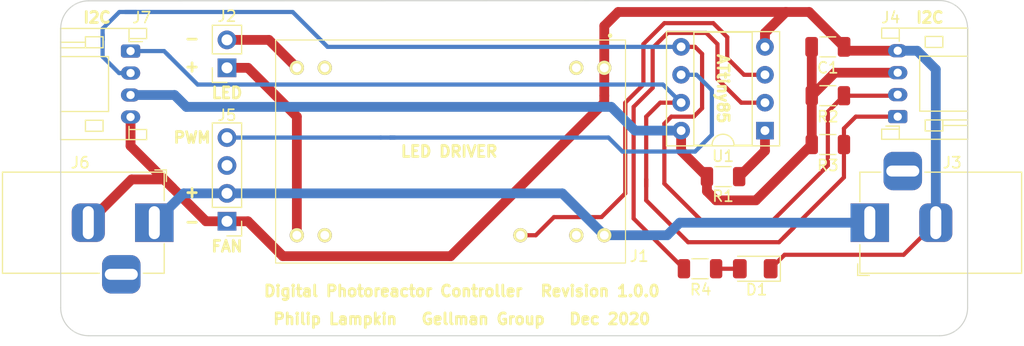
<source format=kicad_pcb>
(kicad_pcb (version 20171130) (host pcbnew 5.1.8+dfsg1-1+b1)

  (general
    (thickness 1.6)
    (drawings 22)
    (tracks 142)
    (zones 0)
    (modules 16)
    (nets 18)
  )

  (page USLetter)
  (title_block
    (title "Digital Photoreactor Driver")
    (date 2021-01-19)
    (rev 1.0.0)
    (company "University of Wisconsin-Madison")
    (comment 1 "Department of Chemistry")
    (comment 2 "Gellman Group")
    (comment 3 "Philip Lampkin")
    (comment 4 plampkin@wisc.edu)
  )

  (layers
    (0 F.Cu signal)
    (31 B.Cu signal)
    (32 B.Adhes user)
    (33 F.Adhes user)
    (34 B.Paste user)
    (35 F.Paste user)
    (36 B.SilkS user)
    (37 F.SilkS user)
    (38 B.Mask user)
    (39 F.Mask user)
    (40 Dwgs.User user)
    (41 Cmts.User user)
    (42 Eco1.User user)
    (43 Eco2.User user)
    (44 Edge.Cuts user)
    (45 Margin user)
    (46 B.CrtYd user hide)
    (47 F.CrtYd user hide)
    (48 B.Fab user)
    (49 F.Fab user hide)
  )

  (setup
    (last_trace_width 0.25)
    (user_trace_width 0.381)
    (user_trace_width 0.889)
    (trace_clearance 0.2)
    (zone_clearance 0.508)
    (zone_45_only no)
    (trace_min 0.2)
    (via_size 0.8)
    (via_drill 0.4)
    (via_min_size 0.4)
    (via_min_drill 0.3)
    (uvia_size 0.3)
    (uvia_drill 0.1)
    (uvias_allowed no)
    (uvia_min_size 0.2)
    (uvia_min_drill 0.1)
    (edge_width 0.1)
    (segment_width 0.2)
    (pcb_text_width 0.3)
    (pcb_text_size 1.5 1.5)
    (mod_edge_width 0.15)
    (mod_text_size 1 1)
    (mod_text_width 0.15)
    (pad_size 1.524 1.524)
    (pad_drill 0.762)
    (pad_to_mask_clearance 0)
    (aux_axis_origin 0 0)
    (visible_elements FFFFFF7F)
    (pcbplotparams
      (layerselection 0x010fc_ffffffff)
      (usegerberextensions false)
      (usegerberattributes true)
      (usegerberadvancedattributes true)
      (creategerberjobfile true)
      (excludeedgelayer true)
      (linewidth 0.100000)
      (plotframeref false)
      (viasonmask false)
      (mode 1)
      (useauxorigin false)
      (hpglpennumber 1)
      (hpglpenspeed 20)
      (hpglpendiameter 15.000000)
      (psnegative false)
      (psa4output false)
      (plotreference true)
      (plotvalue true)
      (plotinvisibletext false)
      (padsonsilk false)
      (subtractmaskfromsilk false)
      (outputformat 1)
      (mirror false)
      (drillshape 0)
      (scaleselection 1)
      (outputdirectory ""))
  )

  (net 0 "")
  (net 1 GND)
  (net 2 +12V)
  (net 3 +5V)
  (net 4 SDA)
  (net 5 SCL)
  (net 6 PWM_LED)
  (net 7 PWM_FAN)
  (net 8 "Net-(J1-Pad13)")
  (net 9 "Net-(J1-Pad12)")
  (net 10 "Net-(R1-Pad2)")
  (net 11 "Net-(J1-Pad23)")
  (net 12 "Net-(J1-Pad14)")
  (net 13 "Net-(J1-Pad11)")
  (net 14 "Net-(J1-Pad2)")
  (net 15 "Net-(J5-Pad3)")
  (net 16 INDICATOR)
  (net 17 "Net-(D1-Pad2)")

  (net_class Default "This is the default net class."
    (clearance 0.2)
    (trace_width 0.25)
    (via_dia 0.8)
    (via_drill 0.4)
    (uvia_dia 0.3)
    (uvia_drill 0.1)
    (add_net +12V)
    (add_net +5V)
    (add_net GND)
    (add_net INDICATOR)
    (add_net "Net-(D1-Pad2)")
    (add_net "Net-(J1-Pad11)")
    (add_net "Net-(J1-Pad12)")
    (add_net "Net-(J1-Pad13)")
    (add_net "Net-(J1-Pad14)")
    (add_net "Net-(J1-Pad2)")
    (add_net "Net-(J1-Pad23)")
    (add_net "Net-(J5-Pad3)")
    (add_net "Net-(R1-Pad2)")
    (add_net PWM_FAN)
    (add_net PWM_LED)
    (add_net SCL)
    (add_net SDA)
  )

  (module Connector_BarrelJack:BarrelJack_Horizontal (layer F.Cu) (tedit 5A1DBF6A) (tstamp 5FE1C543)
    (at 154.559 109.602 180)
    (descr "DC Barrel Jack")
    (tags "Power Jack")
    (path /5FB80D0D)
    (fp_text reference J3 (at -7.493 5.462) (layer F.SilkS)
      (effects (font (size 1 1) (thickness 0.15)))
    )
    (fp_text value Barrel_Jack (at -6.2 -5.5) (layer F.Fab)
      (effects (font (size 1 1) (thickness 0.15)))
    )
    (fp_line (start -0.003213 -4.505425) (end 0.8 -3.75) (layer F.Fab) (width 0.1))
    (fp_line (start 1.1 -3.75) (end 1.1 -4.8) (layer F.SilkS) (width 0.12))
    (fp_line (start 0.05 -4.8) (end 1.1 -4.8) (layer F.SilkS) (width 0.12))
    (fp_line (start 1 -4.5) (end 1 -4.75) (layer F.CrtYd) (width 0.05))
    (fp_line (start 1 -4.75) (end -14 -4.75) (layer F.CrtYd) (width 0.05))
    (fp_line (start 1 -4.5) (end 1 -2) (layer F.CrtYd) (width 0.05))
    (fp_line (start 1 -2) (end 2 -2) (layer F.CrtYd) (width 0.05))
    (fp_line (start 2 -2) (end 2 2) (layer F.CrtYd) (width 0.05))
    (fp_line (start 2 2) (end 1 2) (layer F.CrtYd) (width 0.05))
    (fp_line (start 1 2) (end 1 4.75) (layer F.CrtYd) (width 0.05))
    (fp_line (start 1 4.75) (end -1 4.75) (layer F.CrtYd) (width 0.05))
    (fp_line (start -1 4.75) (end -1 6.75) (layer F.CrtYd) (width 0.05))
    (fp_line (start -1 6.75) (end -5 6.75) (layer F.CrtYd) (width 0.05))
    (fp_line (start -5 6.75) (end -5 4.75) (layer F.CrtYd) (width 0.05))
    (fp_line (start -5 4.75) (end -14 4.75) (layer F.CrtYd) (width 0.05))
    (fp_line (start -14 4.75) (end -14 -4.75) (layer F.CrtYd) (width 0.05))
    (fp_line (start -5 4.6) (end -13.8 4.6) (layer F.SilkS) (width 0.12))
    (fp_line (start -13.8 4.6) (end -13.8 -4.6) (layer F.SilkS) (width 0.12))
    (fp_line (start 0.9 1.9) (end 0.9 4.6) (layer F.SilkS) (width 0.12))
    (fp_line (start 0.9 4.6) (end -1 4.6) (layer F.SilkS) (width 0.12))
    (fp_line (start -13.8 -4.6) (end 0.9 -4.6) (layer F.SilkS) (width 0.12))
    (fp_line (start 0.9 -4.6) (end 0.9 -2) (layer F.SilkS) (width 0.12))
    (fp_line (start -10.2 -4.5) (end -10.2 4.5) (layer F.Fab) (width 0.1))
    (fp_line (start -13.7 -4.5) (end -13.7 4.5) (layer F.Fab) (width 0.1))
    (fp_line (start -13.7 4.5) (end 0.8 4.5) (layer F.Fab) (width 0.1))
    (fp_line (start 0.8 4.5) (end 0.8 -3.75) (layer F.Fab) (width 0.1))
    (fp_line (start 0 -4.5) (end -13.7 -4.5) (layer F.Fab) (width 0.1))
    (fp_text user %R (at -3 -2.95) (layer F.Fab)
      (effects (font (size 1 1) (thickness 0.15)))
    )
    (pad 3 thru_hole roundrect (at -3 4.7 180) (size 3.5 3.5) (drill oval 3 1) (layers *.Cu *.Mask) (roundrect_rratio 0.25))
    (pad 2 thru_hole roundrect (at -6 0 180) (size 3 3.5) (drill oval 1 3) (layers *.Cu *.Mask) (roundrect_rratio 0.25)
      (net 1 GND))
    (pad 1 thru_hole rect (at 0 0 180) (size 3.5 3.5) (drill oval 1 3) (layers *.Cu *.Mask)
      (net 2 +12V))
    (model ${KISYS3DMOD}/Connector_BarrelJack.3dshapes/BarrelJack_Horizontal.wrl
      (at (xyz 0 0 0))
      (scale (xyz 1 1 1))
      (rotate (xyz 0 0 0))
    )
  )

  (module Resistor_SMD:R_1206_3216Metric (layer F.Cu) (tedit 5F68FEEE) (tstamp 5FEB75B1)
    (at 139.1305 113.792 180)
    (descr "Resistor SMD 1206 (3216 Metric), square (rectangular) end terminal, IPC_7351 nominal, (Body size source: IPC-SM-782 page 72, https://www.pcb-3d.com/wordpress/wp-content/uploads/ipc-sm-782a_amendment_1_and_2.pdf), generated with kicad-footprint-generator")
    (tags resistor)
    (path /5FEBED5D)
    (attr smd)
    (fp_text reference R4 (at -0.0615 -1.905) (layer F.SilkS)
      (effects (font (size 1 1) (thickness 0.15)))
    )
    (fp_text value 470 (at 0 1.82) (layer F.Fab)
      (effects (font (size 1 1) (thickness 0.15)))
    )
    (fp_line (start 2.28 1.12) (end -2.28 1.12) (layer F.CrtYd) (width 0.05))
    (fp_line (start 2.28 -1.12) (end 2.28 1.12) (layer F.CrtYd) (width 0.05))
    (fp_line (start -2.28 -1.12) (end 2.28 -1.12) (layer F.CrtYd) (width 0.05))
    (fp_line (start -2.28 1.12) (end -2.28 -1.12) (layer F.CrtYd) (width 0.05))
    (fp_line (start -0.727064 0.91) (end 0.727064 0.91) (layer F.SilkS) (width 0.12))
    (fp_line (start -0.727064 -0.91) (end 0.727064 -0.91) (layer F.SilkS) (width 0.12))
    (fp_line (start 1.6 0.8) (end -1.6 0.8) (layer F.Fab) (width 0.1))
    (fp_line (start 1.6 -0.8) (end 1.6 0.8) (layer F.Fab) (width 0.1))
    (fp_line (start -1.6 -0.8) (end 1.6 -0.8) (layer F.Fab) (width 0.1))
    (fp_line (start -1.6 0.8) (end -1.6 -0.8) (layer F.Fab) (width 0.1))
    (fp_text user %R (at 0 0) (layer F.Fab)
      (effects (font (size 0.8 0.8) (thickness 0.12)))
    )
    (pad 2 smd roundrect (at 1.4625 0 180) (size 1.125 1.75) (layers F.Cu F.Paste F.Mask) (roundrect_rratio 0.2222213333333333)
      (net 16 INDICATOR))
    (pad 1 smd roundrect (at -1.4625 0 180) (size 1.125 1.75) (layers F.Cu F.Paste F.Mask) (roundrect_rratio 0.2222213333333333)
      (net 17 "Net-(D1-Pad2)"))
    (model ${KISYS3DMOD}/Resistor_SMD.3dshapes/R_1206_3216Metric.wrl
      (at (xyz 0 0 0))
      (scale (xyz 1 1 1))
      (rotate (xyz 0 0 0))
    )
  )

  (module LED_SMD:LED_1206_3216Metric (layer F.Cu) (tedit 5F68FEF1) (tstamp 5FEB7368)
    (at 144.148 113.792 180)
    (descr "LED SMD 1206 (3216 Metric), square (rectangular) end terminal, IPC_7351 nominal, (Body size source: http://www.tortai-tech.com/upload/download/2011102023233369053.pdf), generated with kicad-footprint-generator")
    (tags LED)
    (path /5FEC213F)
    (attr smd)
    (fp_text reference D1 (at -0.124 -1.905) (layer F.SilkS)
      (effects (font (size 1 1) (thickness 0.15)))
    )
    (fp_text value LED (at 0 1.82) (layer F.Fab)
      (effects (font (size 1 1) (thickness 0.15)))
    )
    (fp_line (start 2.28 1.12) (end -2.28 1.12) (layer F.CrtYd) (width 0.05))
    (fp_line (start 2.28 -1.12) (end 2.28 1.12) (layer F.CrtYd) (width 0.05))
    (fp_line (start -2.28 -1.12) (end 2.28 -1.12) (layer F.CrtYd) (width 0.05))
    (fp_line (start -2.28 1.12) (end -2.28 -1.12) (layer F.CrtYd) (width 0.05))
    (fp_line (start -2.285 1.135) (end 1.6 1.135) (layer F.SilkS) (width 0.12))
    (fp_line (start -2.285 -1.135) (end -2.285 1.135) (layer F.SilkS) (width 0.12))
    (fp_line (start 1.6 -1.135) (end -2.285 -1.135) (layer F.SilkS) (width 0.12))
    (fp_line (start 1.6 0.8) (end 1.6 -0.8) (layer F.Fab) (width 0.1))
    (fp_line (start -1.6 0.8) (end 1.6 0.8) (layer F.Fab) (width 0.1))
    (fp_line (start -1.6 -0.4) (end -1.6 0.8) (layer F.Fab) (width 0.1))
    (fp_line (start -1.2 -0.8) (end -1.6 -0.4) (layer F.Fab) (width 0.1))
    (fp_line (start 1.6 -0.8) (end -1.2 -0.8) (layer F.Fab) (width 0.1))
    (fp_text user %R (at 0 0) (layer F.Fab)
      (effects (font (size 0.8 0.8) (thickness 0.12)))
    )
    (pad 2 smd roundrect (at 1.4 0 180) (size 1.25 1.75) (layers F.Cu F.Paste F.Mask) (roundrect_rratio 0.2)
      (net 17 "Net-(D1-Pad2)"))
    (pad 1 smd roundrect (at -1.4 0 180) (size 1.25 1.75) (layers F.Cu F.Paste F.Mask) (roundrect_rratio 0.2)
      (net 1 GND))
    (model ${KISYS3DMOD}/LED_SMD.3dshapes/LED_1206_3216Metric.wrl
      (at (xyz 0 0 0))
      (scale (xyz 1 1 1))
      (rotate (xyz 0 0 0))
    )
  )

  (module Connector_JST:JST_PH_S4B-PH-K_1x04_P2.00mm_Horizontal (layer F.Cu) (tedit 5B7745C6) (tstamp 5FE1C428)
    (at 87.376 93.98 270)
    (descr "JST PH series connector, S4B-PH-K (http://www.jst-mfg.com/product/pdf/eng/ePH.pdf), generated with kicad-footprint-generator")
    (tags "connector JST PH top entry")
    (path /5FE1AA2F)
    (fp_text reference J7 (at -3.048 -1.016 180) (layer F.SilkS)
      (effects (font (size 1 1) (thickness 0.15)))
    )
    (fp_text value Conn_01x04 (at 3 7.45 90) (layer F.Fab)
      (effects (font (size 1 1) (thickness 0.15)))
    )
    (fp_line (start -0.86 0.14) (end -1.14 0.14) (layer F.SilkS) (width 0.12))
    (fp_line (start -1.14 0.14) (end -1.14 -1.46) (layer F.SilkS) (width 0.12))
    (fp_line (start -1.14 -1.46) (end -2.06 -1.46) (layer F.SilkS) (width 0.12))
    (fp_line (start -2.06 -1.46) (end -2.06 6.36) (layer F.SilkS) (width 0.12))
    (fp_line (start -2.06 6.36) (end 8.06 6.36) (layer F.SilkS) (width 0.12))
    (fp_line (start 8.06 6.36) (end 8.06 -1.46) (layer F.SilkS) (width 0.12))
    (fp_line (start 8.06 -1.46) (end 7.14 -1.46) (layer F.SilkS) (width 0.12))
    (fp_line (start 7.14 -1.46) (end 7.14 0.14) (layer F.SilkS) (width 0.12))
    (fp_line (start 7.14 0.14) (end 6.86 0.14) (layer F.SilkS) (width 0.12))
    (fp_line (start 0.5 6.36) (end 0.5 2) (layer F.SilkS) (width 0.12))
    (fp_line (start 0.5 2) (end 5.5 2) (layer F.SilkS) (width 0.12))
    (fp_line (start 5.5 2) (end 5.5 6.36) (layer F.SilkS) (width 0.12))
    (fp_line (start -2.06 0.14) (end -1.14 0.14) (layer F.SilkS) (width 0.12))
    (fp_line (start 8.06 0.14) (end 7.14 0.14) (layer F.SilkS) (width 0.12))
    (fp_line (start -1.3 2.5) (end -1.3 4.1) (layer F.SilkS) (width 0.12))
    (fp_line (start -1.3 4.1) (end -0.3 4.1) (layer F.SilkS) (width 0.12))
    (fp_line (start -0.3 4.1) (end -0.3 2.5) (layer F.SilkS) (width 0.12))
    (fp_line (start -0.3 2.5) (end -1.3 2.5) (layer F.SilkS) (width 0.12))
    (fp_line (start 7.3 2.5) (end 7.3 4.1) (layer F.SilkS) (width 0.12))
    (fp_line (start 7.3 4.1) (end 6.3 4.1) (layer F.SilkS) (width 0.12))
    (fp_line (start 6.3 4.1) (end 6.3 2.5) (layer F.SilkS) (width 0.12))
    (fp_line (start 6.3 2.5) (end 7.3 2.5) (layer F.SilkS) (width 0.12))
    (fp_line (start -0.3 4.1) (end -0.3 6.36) (layer F.SilkS) (width 0.12))
    (fp_line (start -0.8 4.1) (end -0.8 6.36) (layer F.SilkS) (width 0.12))
    (fp_line (start -2.45 -1.85) (end -2.45 6.75) (layer F.CrtYd) (width 0.05))
    (fp_line (start -2.45 6.75) (end 8.45 6.75) (layer F.CrtYd) (width 0.05))
    (fp_line (start 8.45 6.75) (end 8.45 -1.85) (layer F.CrtYd) (width 0.05))
    (fp_line (start 8.45 -1.85) (end -2.45 -1.85) (layer F.CrtYd) (width 0.05))
    (fp_line (start -1.25 0.25) (end -1.25 -1.35) (layer F.Fab) (width 0.1))
    (fp_line (start -1.25 -1.35) (end -1.95 -1.35) (layer F.Fab) (width 0.1))
    (fp_line (start -1.95 -1.35) (end -1.95 6.25) (layer F.Fab) (width 0.1))
    (fp_line (start -1.95 6.25) (end 7.95 6.25) (layer F.Fab) (width 0.1))
    (fp_line (start 7.95 6.25) (end 7.95 -1.35) (layer F.Fab) (width 0.1))
    (fp_line (start 7.95 -1.35) (end 7.25 -1.35) (layer F.Fab) (width 0.1))
    (fp_line (start 7.25 -1.35) (end 7.25 0.25) (layer F.Fab) (width 0.1))
    (fp_line (start 7.25 0.25) (end -1.25 0.25) (layer F.Fab) (width 0.1))
    (fp_line (start -0.86 0.14) (end -0.86 -1.075) (layer F.SilkS) (width 0.12))
    (fp_line (start 0 0.875) (end -0.5 1.375) (layer F.Fab) (width 0.1))
    (fp_line (start -0.5 1.375) (end 0.5 1.375) (layer F.Fab) (width 0.1))
    (fp_line (start 0.5 1.375) (end 0 0.875) (layer F.Fab) (width 0.1))
    (fp_text user %R (at 3 2.5 90) (layer F.Fab)
      (effects (font (size 1 1) (thickness 0.15)))
    )
    (pad 4 thru_hole oval (at 6 0 270) (size 1.2 1.75) (drill 0.75) (layers *.Cu *.Mask)
      (net 1 GND))
    (pad 3 thru_hole oval (at 4 0 270) (size 1.2 1.75) (drill 0.75) (layers *.Cu *.Mask)
      (net 3 +5V))
    (pad 2 thru_hole oval (at 2 0 270) (size 1.2 1.75) (drill 0.75) (layers *.Cu *.Mask)
      (net 4 SDA))
    (pad 1 thru_hole roundrect (at 0 0 270) (size 1.2 1.75) (drill 0.75) (layers *.Cu *.Mask) (roundrect_rratio 0.2083325)
      (net 5 SCL))
    (model ${KISYS3DMOD}/Connector_JST.3dshapes/JST_PH_S4B-PH-K_1x04_P2.00mm_Horizontal.wrl
      (at (xyz 0 0 0))
      (scale (xyz 1 1 1))
      (rotate (xyz 0 0 0))
    )
  )

  (module Connector_BarrelJack:BarrelJack_Horizontal (layer F.Cu) (tedit 5A1DBF6A) (tstamp 5FE1BC2E)
    (at 89.535 109.601)
    (descr "DC Barrel Jack")
    (tags "Power Jack")
    (path /5FE1EB67)
    (fp_text reference J6 (at -6.731 -5.461) (layer F.SilkS)
      (effects (font (size 1 1) (thickness 0.15)))
    )
    (fp_text value Barrel_Jack (at -6.2 -5.5) (layer F.Fab)
      (effects (font (size 1 1) (thickness 0.15)))
    )
    (fp_line (start 0 -4.5) (end -13.7 -4.5) (layer F.Fab) (width 0.1))
    (fp_line (start 0.8 4.5) (end 0.8 -3.75) (layer F.Fab) (width 0.1))
    (fp_line (start -13.7 4.5) (end 0.8 4.5) (layer F.Fab) (width 0.1))
    (fp_line (start -13.7 -4.5) (end -13.7 4.5) (layer F.Fab) (width 0.1))
    (fp_line (start -10.2 -4.5) (end -10.2 4.5) (layer F.Fab) (width 0.1))
    (fp_line (start 0.9 -4.6) (end 0.9 -2) (layer F.SilkS) (width 0.12))
    (fp_line (start -13.8 -4.6) (end 0.9 -4.6) (layer F.SilkS) (width 0.12))
    (fp_line (start 0.9 4.6) (end -1 4.6) (layer F.SilkS) (width 0.12))
    (fp_line (start 0.9 1.9) (end 0.9 4.6) (layer F.SilkS) (width 0.12))
    (fp_line (start -13.8 4.6) (end -13.8 -4.6) (layer F.SilkS) (width 0.12))
    (fp_line (start -5 4.6) (end -13.8 4.6) (layer F.SilkS) (width 0.12))
    (fp_line (start -14 4.75) (end -14 -4.75) (layer F.CrtYd) (width 0.05))
    (fp_line (start -5 4.75) (end -14 4.75) (layer F.CrtYd) (width 0.05))
    (fp_line (start -5 6.75) (end -5 4.75) (layer F.CrtYd) (width 0.05))
    (fp_line (start -1 6.75) (end -5 6.75) (layer F.CrtYd) (width 0.05))
    (fp_line (start -1 4.75) (end -1 6.75) (layer F.CrtYd) (width 0.05))
    (fp_line (start 1 4.75) (end -1 4.75) (layer F.CrtYd) (width 0.05))
    (fp_line (start 1 2) (end 1 4.75) (layer F.CrtYd) (width 0.05))
    (fp_line (start 2 2) (end 1 2) (layer F.CrtYd) (width 0.05))
    (fp_line (start 2 -2) (end 2 2) (layer F.CrtYd) (width 0.05))
    (fp_line (start 1 -2) (end 2 -2) (layer F.CrtYd) (width 0.05))
    (fp_line (start 1 -4.5) (end 1 -2) (layer F.CrtYd) (width 0.05))
    (fp_line (start 1 -4.75) (end -14 -4.75) (layer F.CrtYd) (width 0.05))
    (fp_line (start 1 -4.5) (end 1 -4.75) (layer F.CrtYd) (width 0.05))
    (fp_line (start 0.05 -4.8) (end 1.1 -4.8) (layer F.SilkS) (width 0.12))
    (fp_line (start 1.1 -3.75) (end 1.1 -4.8) (layer F.SilkS) (width 0.12))
    (fp_line (start -0.003213 -4.505425) (end 0.8 -3.75) (layer F.Fab) (width 0.1))
    (fp_text user %R (at -3 -2.95) (layer F.Fab)
      (effects (font (size 1 1) (thickness 0.15)))
    )
    (pad 1 thru_hole rect (at 0 0) (size 3.5 3.5) (drill oval 1 3) (layers *.Cu *.Mask)
      (net 2 +12V))
    (pad 2 thru_hole roundrect (at -6 0) (size 3 3.5) (drill oval 1 3) (layers *.Cu *.Mask) (roundrect_rratio 0.25)
      (net 1 GND))
    (pad 3 thru_hole roundrect (at -3 4.7) (size 3.5 3.5) (drill oval 3 1) (layers *.Cu *.Mask) (roundrect_rratio 0.25))
    (model ${KISYS3DMOD}/Connector_BarrelJack.3dshapes/BarrelJack_Horizontal.wrl
      (at (xyz 0 0 0))
      (scale (xyz 1 1 1))
      (rotate (xyz 0 0 0))
    )
  )

  (module Package_DIP:DIP-8_W7.62mm_Socket (layer F.Cu) (tedit 5A02E8C5) (tstamp 5FE1C3AF)
    (at 145.034 101.219 180)
    (descr "8-lead though-hole mounted DIP package, row spacing 7.62 mm (300 mils), Socket")
    (tags "THT DIP DIL PDIP 2.54mm 7.62mm 300mil Socket")
    (path /5FDCDD75)
    (fp_text reference U1 (at 3.81 -2.33) (layer F.SilkS)
      (effects (font (size 1 1) (thickness 0.15)))
    )
    (fp_text value ATtiny85-20PU (at 3.81 9.95) (layer F.Fab)
      (effects (font (size 1 1) (thickness 0.15)))
    )
    (fp_line (start 9.15 -1.6) (end -1.55 -1.6) (layer F.CrtYd) (width 0.05))
    (fp_line (start 9.15 9.2) (end 9.15 -1.6) (layer F.CrtYd) (width 0.05))
    (fp_line (start -1.55 9.2) (end 9.15 9.2) (layer F.CrtYd) (width 0.05))
    (fp_line (start -1.55 -1.6) (end -1.55 9.2) (layer F.CrtYd) (width 0.05))
    (fp_line (start 8.95 -1.39) (end -1.33 -1.39) (layer F.SilkS) (width 0.12))
    (fp_line (start 8.95 9.01) (end 8.95 -1.39) (layer F.SilkS) (width 0.12))
    (fp_line (start -1.33 9.01) (end 8.95 9.01) (layer F.SilkS) (width 0.12))
    (fp_line (start -1.33 -1.39) (end -1.33 9.01) (layer F.SilkS) (width 0.12))
    (fp_line (start 6.46 -1.33) (end 4.81 -1.33) (layer F.SilkS) (width 0.12))
    (fp_line (start 6.46 8.95) (end 6.46 -1.33) (layer F.SilkS) (width 0.12))
    (fp_line (start 1.16 8.95) (end 6.46 8.95) (layer F.SilkS) (width 0.12))
    (fp_line (start 1.16 -1.33) (end 1.16 8.95) (layer F.SilkS) (width 0.12))
    (fp_line (start 2.81 -1.33) (end 1.16 -1.33) (layer F.SilkS) (width 0.12))
    (fp_line (start 8.89 -1.33) (end -1.27 -1.33) (layer F.Fab) (width 0.1))
    (fp_line (start 8.89 8.95) (end 8.89 -1.33) (layer F.Fab) (width 0.1))
    (fp_line (start -1.27 8.95) (end 8.89 8.95) (layer F.Fab) (width 0.1))
    (fp_line (start -1.27 -1.33) (end -1.27 8.95) (layer F.Fab) (width 0.1))
    (fp_line (start 0.635 -0.27) (end 1.635 -1.27) (layer F.Fab) (width 0.1))
    (fp_line (start 0.635 8.89) (end 0.635 -0.27) (layer F.Fab) (width 0.1))
    (fp_line (start 6.985 8.89) (end 0.635 8.89) (layer F.Fab) (width 0.1))
    (fp_line (start 6.985 -1.27) (end 6.985 8.89) (layer F.Fab) (width 0.1))
    (fp_line (start 1.635 -1.27) (end 6.985 -1.27) (layer F.Fab) (width 0.1))
    (fp_text user %R (at 3.81 3.81) (layer F.Fab)
      (effects (font (size 1 1) (thickness 0.15)))
    )
    (fp_arc (start 3.81 -1.33) (end 2.81 -1.33) (angle -180) (layer F.SilkS) (width 0.12))
    (pad 8 thru_hole oval (at 7.62 0 180) (size 1.6 1.6) (drill 0.8) (layers *.Cu *.Mask)
      (net 3 +5V))
    (pad 4 thru_hole oval (at 0 7.62 180) (size 1.6 1.6) (drill 0.8) (layers *.Cu *.Mask)
      (net 1 GND))
    (pad 7 thru_hole oval (at 7.62 2.54 180) (size 1.6 1.6) (drill 0.8) (layers *.Cu *.Mask)
      (net 5 SCL))
    (pad 3 thru_hole oval (at 0 5.08 180) (size 1.6 1.6) (drill 0.8) (layers *.Cu *.Mask)
      (net 6 PWM_LED))
    (pad 6 thru_hole oval (at 7.62 5.08 180) (size 1.6 1.6) (drill 0.8) (layers *.Cu *.Mask)
      (net 7 PWM_FAN))
    (pad 2 thru_hole oval (at 0 2.54 180) (size 1.6 1.6) (drill 0.8) (layers *.Cu *.Mask)
      (net 16 INDICATOR))
    (pad 5 thru_hole oval (at 7.62 7.62 180) (size 1.6 1.6) (drill 0.8) (layers *.Cu *.Mask)
      (net 4 SDA))
    (pad 1 thru_hole rect (at 0 0 180) (size 1.6 1.6) (drill 0.8) (layers *.Cu *.Mask)
      (net 10 "Net-(R1-Pad2)"))
    (model ${KISYS3DMOD}/Package_DIP.3dshapes/DIP-8_W7.62mm_Socket.wrl
      (at (xyz 0 0 0))
      (scale (xyz 1 1 1))
      (rotate (xyz 0 0 0))
    )
  )

  (module MountingHole:MountingHole_3.7mm (layer F.Cu) (tedit 56D1B4CB) (tstamp 5FEB7DC6)
    (at 150.368 116.84 180)
    (descr "Mounting Hole 3.7mm, no annular")
    (tags "mounting hole 3.7mm no annular")
    (attr virtual)
    (fp_text reference REF** (at 0 -4.7) (layer F.SilkS) hide
      (effects (font (size 1 1) (thickness 0.15)))
    )
    (fp_text value MountingHole_3.7mm (at 0 4.7) (layer F.Fab) hide
      (effects (font (size 1 1) (thickness 0.15)))
    )
    (fp_circle (center 0 0) (end 3.95 0) (layer F.CrtYd) (width 0.05))
    (fp_circle (center 0 0) (end 3.7 0) (layer Cmts.User) (width 0.15))
    (fp_text user %R (at 0.3 0) (layer F.Fab)
      (effects (font (size 1 1) (thickness 0.15)))
    )
    (pad 1 np_thru_hole circle (at 0 0 180) (size 3.7 3.7) (drill 3.7) (layers *.Cu *.Mask))
  )

  (module MountingHole:MountingHole_3.7mm (layer F.Cu) (tedit 56D1B4CB) (tstamp 5FECB301)
    (at 93.98 116.84 180)
    (descr "Mounting Hole 3.7mm, no annular")
    (tags "mounting hole 3.7mm no annular")
    (attr virtual)
    (fp_text reference REF** (at 0 -4.7) (layer F.SilkS) hide
      (effects (font (size 1 1) (thickness 0.15)))
    )
    (fp_text value MountingHole_3.7mm (at 0 4.7) (layer F.Fab) hide
      (effects (font (size 1 1) (thickness 0.15)))
    )
    (fp_circle (center 0 0) (end 3.7 0) (layer Cmts.User) (width 0.15))
    (fp_circle (center 0 0) (end 3.95 0) (layer F.CrtYd) (width 0.05))
    (fp_text user %R (at 0.3 0) (layer F.Fab)
      (effects (font (size 1 1) (thickness 0.15)))
    )
    (pad 1 np_thru_hole circle (at 0 0 180) (size 3.7 3.7) (drill 3.7) (layers *.Cu *.Mask))
  )

  (module Connector_PinHeader_2.54mm:PinHeader_1x04_P2.54mm_Vertical (layer F.Cu) (tedit 59FED5CC) (tstamp 5FE1C6BE)
    (at 96.139 109.474 180)
    (descr "Through hole straight pin header, 1x04, 2.54mm pitch, single row")
    (tags "Through hole pin header THT 1x04 2.54mm single row")
    (path /5FDF07F8)
    (fp_text reference J5 (at 0 9.652) (layer F.SilkS)
      (effects (font (size 1 1) (thickness 0.15)))
    )
    (fp_text value Conn_01x04 (at 0 9.95) (layer F.Fab)
      (effects (font (size 1 1) (thickness 0.15)))
    )
    (fp_line (start -0.635 -1.27) (end 1.27 -1.27) (layer F.Fab) (width 0.1))
    (fp_line (start 1.27 -1.27) (end 1.27 8.89) (layer F.Fab) (width 0.1))
    (fp_line (start 1.27 8.89) (end -1.27 8.89) (layer F.Fab) (width 0.1))
    (fp_line (start -1.27 8.89) (end -1.27 -0.635) (layer F.Fab) (width 0.1))
    (fp_line (start -1.27 -0.635) (end -0.635 -1.27) (layer F.Fab) (width 0.1))
    (fp_line (start -1.33 8.95) (end 1.33 8.95) (layer F.SilkS) (width 0.12))
    (fp_line (start -1.33 1.27) (end -1.33 8.95) (layer F.SilkS) (width 0.12))
    (fp_line (start 1.33 1.27) (end 1.33 8.95) (layer F.SilkS) (width 0.12))
    (fp_line (start -1.33 1.27) (end 1.33 1.27) (layer F.SilkS) (width 0.12))
    (fp_line (start -1.33 0) (end -1.33 -1.33) (layer F.SilkS) (width 0.12))
    (fp_line (start -1.33 -1.33) (end 0 -1.33) (layer F.SilkS) (width 0.12))
    (fp_line (start -1.8 -1.8) (end -1.8 9.4) (layer F.CrtYd) (width 0.05))
    (fp_line (start -1.8 9.4) (end 1.8 9.4) (layer F.CrtYd) (width 0.05))
    (fp_line (start 1.8 9.4) (end 1.8 -1.8) (layer F.CrtYd) (width 0.05))
    (fp_line (start 1.8 -1.8) (end -1.8 -1.8) (layer F.CrtYd) (width 0.05))
    (fp_text user %R (at 0 3.81 90) (layer F.Fab)
      (effects (font (size 1 1) (thickness 0.15)))
    )
    (pad 4 thru_hole oval (at 0 7.62 180) (size 1.7 1.7) (drill 1) (layers *.Cu *.Mask)
      (net 7 PWM_FAN))
    (pad 3 thru_hole oval (at 0 5.08 180) (size 1.7 1.7) (drill 1) (layers *.Cu *.Mask)
      (net 15 "Net-(J5-Pad3)"))
    (pad 2 thru_hole oval (at 0 2.54 180) (size 1.7 1.7) (drill 1) (layers *.Cu *.Mask)
      (net 2 +12V))
    (pad 1 thru_hole rect (at 0 0 180) (size 1.7 1.7) (drill 1) (layers *.Cu *.Mask)
      (net 1 GND))
    (model ${KISYS3DMOD}/Connector_PinHeader_2.54mm.3dshapes/PinHeader_1x04_P2.54mm_Vertical.wrl
      (at (xyz 0 0 0))
      (scale (xyz 1 1 1))
      (rotate (xyz 0 0 0))
    )
  )

  (module Resistor_SMD:R_1206_3216Metric (layer F.Cu) (tedit 5F68FEEE) (tstamp 5FE1C687)
    (at 150.749 102.489)
    (descr "Resistor SMD 1206 (3216 Metric), square (rectangular) end terminal, IPC_7351 nominal, (Body size source: IPC-SM-782 page 72, https://www.pcb-3d.com/wordpress/wp-content/uploads/ipc-sm-782a_amendment_1_and_2.pdf), generated with kicad-footprint-generator")
    (tags resistor)
    (path /5FC37DBD)
    (attr smd)
    (fp_text reference R3 (at 0 1.905) (layer F.SilkS)
      (effects (font (size 1 1) (thickness 0.15)))
    )
    (fp_text value 4.7K (at 0 1.82) (layer F.Fab)
      (effects (font (size 1 1) (thickness 0.15)))
    )
    (fp_line (start -1.6 0.8) (end -1.6 -0.8) (layer F.Fab) (width 0.1))
    (fp_line (start -1.6 -0.8) (end 1.6 -0.8) (layer F.Fab) (width 0.1))
    (fp_line (start 1.6 -0.8) (end 1.6 0.8) (layer F.Fab) (width 0.1))
    (fp_line (start 1.6 0.8) (end -1.6 0.8) (layer F.Fab) (width 0.1))
    (fp_line (start -0.727064 -0.91) (end 0.727064 -0.91) (layer F.SilkS) (width 0.12))
    (fp_line (start -0.727064 0.91) (end 0.727064 0.91) (layer F.SilkS) (width 0.12))
    (fp_line (start -2.28 1.12) (end -2.28 -1.12) (layer F.CrtYd) (width 0.05))
    (fp_line (start -2.28 -1.12) (end 2.28 -1.12) (layer F.CrtYd) (width 0.05))
    (fp_line (start 2.28 -1.12) (end 2.28 1.12) (layer F.CrtYd) (width 0.05))
    (fp_line (start 2.28 1.12) (end -2.28 1.12) (layer F.CrtYd) (width 0.05))
    (fp_text user %R (at 0 0) (layer F.Fab)
      (effects (font (size 0.8 0.8) (thickness 0.12)))
    )
    (pad 2 smd roundrect (at 1.4625 0) (size 1.125 1.75) (layers F.Cu F.Paste F.Mask) (roundrect_rratio 0.2222213333333333)
      (net 5 SCL))
    (pad 1 smd roundrect (at -1.4625 0) (size 1.125 1.75) (layers F.Cu F.Paste F.Mask) (roundrect_rratio 0.2222213333333333)
      (net 3 +5V))
    (model ${KISYS3DMOD}/Resistor_SMD.3dshapes/R_1206_3216Metric.wrl
      (at (xyz 0 0 0))
      (scale (xyz 1 1 1))
      (rotate (xyz 0 0 0))
    )
  )

  (module Resistor_SMD:R_1206_3216Metric (layer F.Cu) (tedit 5F68FEEE) (tstamp 5FE1C657)
    (at 150.749 98.044)
    (descr "Resistor SMD 1206 (3216 Metric), square (rectangular) end terminal, IPC_7351 nominal, (Body size source: IPC-SM-782 page 72, https://www.pcb-3d.com/wordpress/wp-content/uploads/ipc-sm-782a_amendment_1_and_2.pdf), generated with kicad-footprint-generator")
    (tags resistor)
    (path /5FC38333)
    (attr smd)
    (fp_text reference R2 (at 0 1.905) (layer F.SilkS)
      (effects (font (size 1 1) (thickness 0.15)))
    )
    (fp_text value 4.7K (at 0 1.82) (layer F.Fab)
      (effects (font (size 1 1) (thickness 0.15)))
    )
    (fp_line (start -1.6 0.8) (end -1.6 -0.8) (layer F.Fab) (width 0.1))
    (fp_line (start -1.6 -0.8) (end 1.6 -0.8) (layer F.Fab) (width 0.1))
    (fp_line (start 1.6 -0.8) (end 1.6 0.8) (layer F.Fab) (width 0.1))
    (fp_line (start 1.6 0.8) (end -1.6 0.8) (layer F.Fab) (width 0.1))
    (fp_line (start -0.727064 -0.91) (end 0.727064 -0.91) (layer F.SilkS) (width 0.12))
    (fp_line (start -0.727064 0.91) (end 0.727064 0.91) (layer F.SilkS) (width 0.12))
    (fp_line (start -2.28 1.12) (end -2.28 -1.12) (layer F.CrtYd) (width 0.05))
    (fp_line (start -2.28 -1.12) (end 2.28 -1.12) (layer F.CrtYd) (width 0.05))
    (fp_line (start 2.28 -1.12) (end 2.28 1.12) (layer F.CrtYd) (width 0.05))
    (fp_line (start 2.28 1.12) (end -2.28 1.12) (layer F.CrtYd) (width 0.05))
    (fp_text user %R (at 0 0) (layer F.Fab)
      (effects (font (size 0.8 0.8) (thickness 0.12)))
    )
    (pad 2 smd roundrect (at 1.4625 0) (size 1.125 1.75) (layers F.Cu F.Paste F.Mask) (roundrect_rratio 0.2222213333333333)
      (net 4 SDA))
    (pad 1 smd roundrect (at -1.4625 0) (size 1.125 1.75) (layers F.Cu F.Paste F.Mask) (roundrect_rratio 0.2222213333333333)
      (net 3 +5V))
    (model ${KISYS3DMOD}/Resistor_SMD.3dshapes/R_1206_3216Metric.wrl
      (at (xyz 0 0 0))
      (scale (xyz 1 1 1))
      (rotate (xyz 0 0 0))
    )
  )

  (module Resistor_SMD:R_1206_3216Metric (layer F.Cu) (tedit 5F68FEEE) (tstamp 5FE1C627)
    (at 141.224 105.41)
    (descr "Resistor SMD 1206 (3216 Metric), square (rectangular) end terminal, IPC_7351 nominal, (Body size source: IPC-SM-782 page 72, https://www.pcb-3d.com/wordpress/wp-content/uploads/ipc-sm-782a_amendment_1_and_2.pdf), generated with kicad-footprint-generator")
    (tags resistor)
    (path /5FB960BA)
    (attr smd)
    (fp_text reference R1 (at 0 1.778) (layer F.SilkS)
      (effects (font (size 1 1) (thickness 0.15)))
    )
    (fp_text value 10K (at 0 1.82) (layer F.Fab)
      (effects (font (size 1 1) (thickness 0.15)))
    )
    (fp_line (start -1.6 0.8) (end -1.6 -0.8) (layer F.Fab) (width 0.1))
    (fp_line (start -1.6 -0.8) (end 1.6 -0.8) (layer F.Fab) (width 0.1))
    (fp_line (start 1.6 -0.8) (end 1.6 0.8) (layer F.Fab) (width 0.1))
    (fp_line (start 1.6 0.8) (end -1.6 0.8) (layer F.Fab) (width 0.1))
    (fp_line (start -0.727064 -0.91) (end 0.727064 -0.91) (layer F.SilkS) (width 0.12))
    (fp_line (start -0.727064 0.91) (end 0.727064 0.91) (layer F.SilkS) (width 0.12))
    (fp_line (start -2.28 1.12) (end -2.28 -1.12) (layer F.CrtYd) (width 0.05))
    (fp_line (start -2.28 -1.12) (end 2.28 -1.12) (layer F.CrtYd) (width 0.05))
    (fp_line (start 2.28 -1.12) (end 2.28 1.12) (layer F.CrtYd) (width 0.05))
    (fp_line (start 2.28 1.12) (end -2.28 1.12) (layer F.CrtYd) (width 0.05))
    (fp_text user %R (at 0 0) (layer F.Fab)
      (effects (font (size 0.8 0.8) (thickness 0.12)))
    )
    (pad 2 smd roundrect (at 1.4625 0) (size 1.125 1.75) (layers F.Cu F.Paste F.Mask) (roundrect_rratio 0.2222213333333333)
      (net 10 "Net-(R1-Pad2)"))
    (pad 1 smd roundrect (at -1.4625 0) (size 1.125 1.75) (layers F.Cu F.Paste F.Mask) (roundrect_rratio 0.2222213333333333)
      (net 3 +5V))
    (model ${KISYS3DMOD}/Resistor_SMD.3dshapes/R_1206_3216Metric.wrl
      (at (xyz 0 0 0))
      (scale (xyz 1 1 1))
      (rotate (xyz 0 0 0))
    )
  )

  (module Connector_JST:JST_PH_S4B-PH-K_1x04_P2.00mm_Horizontal (layer F.Cu) (tedit 5B7745C6) (tstamp 5FE1D341)
    (at 157.099 99.949 90)
    (descr "JST PH series connector, S4B-PH-K (http://www.jst-mfg.com/product/pdf/eng/ePH.pdf), generated with kicad-footprint-generator")
    (tags "connector JST PH top entry")
    (path /5FBC8C0C)
    (fp_text reference J4 (at 9.017 -0.635) (layer F.SilkS)
      (effects (font (size 1 1) (thickness 0.15)))
    )
    (fp_text value Conn_01x04 (at 3 7.45 90) (layer F.Fab)
      (effects (font (size 1 1) (thickness 0.15)))
    )
    (fp_line (start -0.86 0.14) (end -1.14 0.14) (layer F.SilkS) (width 0.12))
    (fp_line (start -1.14 0.14) (end -1.14 -1.46) (layer F.SilkS) (width 0.12))
    (fp_line (start -1.14 -1.46) (end -2.06 -1.46) (layer F.SilkS) (width 0.12))
    (fp_line (start -2.06 -1.46) (end -2.06 6.36) (layer F.SilkS) (width 0.12))
    (fp_line (start -2.06 6.36) (end 8.06 6.36) (layer F.SilkS) (width 0.12))
    (fp_line (start 8.06 6.36) (end 8.06 -1.46) (layer F.SilkS) (width 0.12))
    (fp_line (start 8.06 -1.46) (end 7.14 -1.46) (layer F.SilkS) (width 0.12))
    (fp_line (start 7.14 -1.46) (end 7.14 0.14) (layer F.SilkS) (width 0.12))
    (fp_line (start 7.14 0.14) (end 6.86 0.14) (layer F.SilkS) (width 0.12))
    (fp_line (start 0.5 6.36) (end 0.5 2) (layer F.SilkS) (width 0.12))
    (fp_line (start 0.5 2) (end 5.5 2) (layer F.SilkS) (width 0.12))
    (fp_line (start 5.5 2) (end 5.5 6.36) (layer F.SilkS) (width 0.12))
    (fp_line (start -2.06 0.14) (end -1.14 0.14) (layer F.SilkS) (width 0.12))
    (fp_line (start 8.06 0.14) (end 7.14 0.14) (layer F.SilkS) (width 0.12))
    (fp_line (start -1.3 2.5) (end -1.3 4.1) (layer F.SilkS) (width 0.12))
    (fp_line (start -1.3 4.1) (end -0.3 4.1) (layer F.SilkS) (width 0.12))
    (fp_line (start -0.3 4.1) (end -0.3 2.5) (layer F.SilkS) (width 0.12))
    (fp_line (start -0.3 2.5) (end -1.3 2.5) (layer F.SilkS) (width 0.12))
    (fp_line (start 7.3 2.5) (end 7.3 4.1) (layer F.SilkS) (width 0.12))
    (fp_line (start 7.3 4.1) (end 6.3 4.1) (layer F.SilkS) (width 0.12))
    (fp_line (start 6.3 4.1) (end 6.3 2.5) (layer F.SilkS) (width 0.12))
    (fp_line (start 6.3 2.5) (end 7.3 2.5) (layer F.SilkS) (width 0.12))
    (fp_line (start -0.3 4.1) (end -0.3 6.36) (layer F.SilkS) (width 0.12))
    (fp_line (start -0.8 4.1) (end -0.8 6.36) (layer F.SilkS) (width 0.12))
    (fp_line (start -2.45 -1.85) (end -2.45 6.75) (layer F.CrtYd) (width 0.05))
    (fp_line (start -2.45 6.75) (end 8.45 6.75) (layer F.CrtYd) (width 0.05))
    (fp_line (start 8.45 6.75) (end 8.45 -1.85) (layer F.CrtYd) (width 0.05))
    (fp_line (start 8.45 -1.85) (end -2.45 -1.85) (layer F.CrtYd) (width 0.05))
    (fp_line (start -1.25 0.25) (end -1.25 -1.35) (layer F.Fab) (width 0.1))
    (fp_line (start -1.25 -1.35) (end -1.95 -1.35) (layer F.Fab) (width 0.1))
    (fp_line (start -1.95 -1.35) (end -1.95 6.25) (layer F.Fab) (width 0.1))
    (fp_line (start -1.95 6.25) (end 7.95 6.25) (layer F.Fab) (width 0.1))
    (fp_line (start 7.95 6.25) (end 7.95 -1.35) (layer F.Fab) (width 0.1))
    (fp_line (start 7.95 -1.35) (end 7.25 -1.35) (layer F.Fab) (width 0.1))
    (fp_line (start 7.25 -1.35) (end 7.25 0.25) (layer F.Fab) (width 0.1))
    (fp_line (start 7.25 0.25) (end -1.25 0.25) (layer F.Fab) (width 0.1))
    (fp_line (start -0.86 0.14) (end -0.86 -1.075) (layer F.SilkS) (width 0.12))
    (fp_line (start 0 0.875) (end -0.5 1.375) (layer F.Fab) (width 0.1))
    (fp_line (start -0.5 1.375) (end 0.5 1.375) (layer F.Fab) (width 0.1))
    (fp_line (start 0.5 1.375) (end 0 0.875) (layer F.Fab) (width 0.1))
    (fp_text user %R (at 3 2.5 90) (layer F.Fab)
      (effects (font (size 1 1) (thickness 0.15)))
    )
    (pad 4 thru_hole oval (at 6 0 90) (size 1.2 1.75) (drill 0.75) (layers *.Cu *.Mask)
      (net 1 GND))
    (pad 3 thru_hole oval (at 4 0 90) (size 1.2 1.75) (drill 0.75) (layers *.Cu *.Mask)
      (net 3 +5V))
    (pad 2 thru_hole oval (at 2 0 90) (size 1.2 1.75) (drill 0.75) (layers *.Cu *.Mask)
      (net 4 SDA))
    (pad 1 thru_hole roundrect (at 0 0 90) (size 1.2 1.75) (drill 0.75) (layers *.Cu *.Mask) (roundrect_rratio 0.2083325)
      (net 5 SCL))
    (model ${KISYS3DMOD}/Connector_JST.3dshapes/JST_PH_S4B-PH-K_1x04_P2.00mm_Horizontal.wrl
      (at (xyz 0 0 0))
      (scale (xyz 1 1 1))
      (rotate (xyz 0 0 0))
    )
  )

  (module Connector_PinSocket_2.54mm:PinSocket_1x02_P2.54mm_Vertical (layer F.Cu) (tedit 5A19A420) (tstamp 5FE1C72B)
    (at 96.139 95.504 180)
    (descr "Through hole straight socket strip, 1x02, 2.54mm pitch, single row (from Kicad 4.0.7), script generated")
    (tags "Through hole socket strip THT 1x02 2.54mm single row")
    (path /5FB5EC11)
    (fp_text reference J2 (at 0 4.699) (layer F.SilkS)
      (effects (font (size 1 1) (thickness 0.15)))
    )
    (fp_text value Conn_01x02 (at 0 5.31) (layer F.Fab)
      (effects (font (size 1 1) (thickness 0.15)))
    )
    (fp_line (start -1.8 4.3) (end -1.8 -1.8) (layer F.CrtYd) (width 0.05))
    (fp_line (start 1.75 4.3) (end -1.8 4.3) (layer F.CrtYd) (width 0.05))
    (fp_line (start 1.75 -1.8) (end 1.75 4.3) (layer F.CrtYd) (width 0.05))
    (fp_line (start -1.8 -1.8) (end 1.75 -1.8) (layer F.CrtYd) (width 0.05))
    (fp_line (start 0 -1.33) (end 1.33 -1.33) (layer F.SilkS) (width 0.12))
    (fp_line (start 1.33 -1.33) (end 1.33 0) (layer F.SilkS) (width 0.12))
    (fp_line (start 1.33 1.27) (end 1.33 3.87) (layer F.SilkS) (width 0.12))
    (fp_line (start -1.33 3.87) (end 1.33 3.87) (layer F.SilkS) (width 0.12))
    (fp_line (start -1.33 1.27) (end -1.33 3.87) (layer F.SilkS) (width 0.12))
    (fp_line (start -1.33 1.27) (end 1.33 1.27) (layer F.SilkS) (width 0.12))
    (fp_line (start -1.27 3.81) (end -1.27 -1.27) (layer F.Fab) (width 0.1))
    (fp_line (start 1.27 3.81) (end -1.27 3.81) (layer F.Fab) (width 0.1))
    (fp_line (start 1.27 -0.635) (end 1.27 3.81) (layer F.Fab) (width 0.1))
    (fp_line (start 0.635 -1.27) (end 1.27 -0.635) (layer F.Fab) (width 0.1))
    (fp_line (start -1.27 -1.27) (end 0.635 -1.27) (layer F.Fab) (width 0.1))
    (fp_text user %R (at 0 1.27 90) (layer F.Fab)
      (effects (font (size 1 1) (thickness 0.15)))
    )
    (pad 1 thru_hole rect (at 0 0 180) (size 1.7 1.7) (drill 1) (layers *.Cu *.Mask)
      (net 8 "Net-(J1-Pad13)"))
    (pad 2 thru_hole oval (at 0 2.54 180) (size 1.7 1.7) (drill 1) (layers *.Cu *.Mask)
      (net 9 "Net-(J1-Pad12)"))
    (model ${KISYS3DMOD}/Connector_PinSocket_2.54mm.3dshapes/PinSocket_1x02_P2.54mm_Vertical.wrl
      (at (xyz 0 0 0))
      (scale (xyz 1 1 1))
      (rotate (xyz 0 0 0))
    )
  )

  (module LDD-1500L:LDD1500L (layer F.Cu) (tedit 5FD2F8E2) (tstamp 5FE1C4E6)
    (at 130.429 95.504 270)
    (descr LDD-1500L-2)
    (tags Connector)
    (path /5FD3EABF)
    (fp_text reference J1 (at 17.145 -3.175 180) (layer F.SilkS)
      (effects (font (size 1 1) (thickness 0.15)))
    )
    (fp_text value LDD-1500L (at 7.395 13.97 90) (layer F.SilkS) hide
      (effects (font (size 1.27 1.27) (thickness 0.254)))
    )
    (fp_line (start -2.98 -0.53) (end -2.98 -0.53) (layer F.SilkS) (width 0.3))
    (fp_line (start -2.88 -0.53) (end -2.88 -0.53) (layer F.SilkS) (width 0.3))
    (fp_line (start -3.98 30.87) (end -3.98 -2.93) (layer Dwgs.User) (width 0.1))
    (fp_line (start 18.77 30.87) (end -3.98 30.87) (layer Dwgs.User) (width 0.1))
    (fp_line (start 18.77 -2.93) (end 18.77 30.87) (layer Dwgs.User) (width 0.1))
    (fp_line (start -3.98 -2.93) (end 18.77 -2.93) (layer Dwgs.User) (width 0.1))
    (fp_line (start -2.53 29.87) (end -2.53 -1.93) (layer F.SilkS) (width 0.1))
    (fp_line (start 17.77 29.87) (end -2.53 29.87) (layer F.SilkS) (width 0.1))
    (fp_line (start 17.77 -1.93) (end 17.77 29.87) (layer F.SilkS) (width 0.1))
    (fp_line (start -2.53 -1.93) (end 17.77 -1.93) (layer F.SilkS) (width 0.1))
    (fp_line (start -2.53 29.87) (end -2.53 -1.93) (layer Dwgs.User) (width 0.2))
    (fp_line (start 17.77 29.87) (end -2.53 29.87) (layer Dwgs.User) (width 0.2))
    (fp_line (start 17.77 -1.93) (end 17.77 29.87) (layer Dwgs.User) (width 0.2))
    (fp_line (start -2.53 -1.93) (end 17.77 -1.93) (layer Dwgs.User) (width 0.2))
    (fp_arc (start -2.93 -0.53) (end -2.98 -0.53) (angle -180) (layer F.SilkS) (width 0.3))
    (fp_arc (start -2.93 -0.53) (end -2.88 -0.53) (angle -180) (layer F.SilkS) (width 0.3))
    (pad 24 thru_hole circle (at 15.24 0) (size 1.3 1.3) (drill 0.8) (layers *.Cu *.Mask F.SilkS)
      (net 2 +12V))
    (pad 23 thru_hole circle (at 15.24 2.54) (size 1.3 1.3) (drill 0.8) (layers *.Cu *.Mask F.SilkS)
      (net 11 "Net-(J1-Pad23)"))
    (pad 21 thru_hole circle (at 15.24 7.62) (size 1.3 1.3) (drill 0.8) (layers *.Cu *.Mask F.SilkS)
      (net 6 PWM_LED))
    (pad 14 thru_hole circle (at 15.24 25.4) (size 1.3 1.3) (drill 0.8) (layers *.Cu *.Mask F.SilkS)
      (net 12 "Net-(J1-Pad14)"))
    (pad 13 thru_hole circle (at 15.24 27.94) (size 1.3 1.3) (drill 0.8) (layers *.Cu *.Mask F.SilkS)
      (net 8 "Net-(J1-Pad13)"))
    (pad 12 thru_hole circle (at 0 27.94) (size 1.3 1.3) (drill 0.8) (layers *.Cu *.Mask F.SilkS)
      (net 9 "Net-(J1-Pad12)"))
    (pad 11 thru_hole circle (at 0 25.4) (size 1.3 1.3) (drill 0.8) (layers *.Cu *.Mask F.SilkS)
      (net 13 "Net-(J1-Pad11)"))
    (pad 2 thru_hole circle (at 0 2.54) (size 1.3 1.3) (drill 0.8) (layers *.Cu *.Mask F.SilkS)
      (net 14 "Net-(J1-Pad2)"))
    (pad 1 thru_hole circle (at 0 0) (size 1.3 1.3) (drill 0.8) (layers *.Cu *.Mask F.SilkS)
      (net 1 GND))
  )

  (module Capacitor_SMD:C_1206_3216Metric (layer F.Cu) (tedit 5F68FEEE) (tstamp 5FE1C4AA)
    (at 150.749 93.599)
    (descr "Capacitor SMD 1206 (3216 Metric), square (rectangular) end terminal, IPC_7351 nominal, (Body size source: IPC-SM-782 page 76, https://www.pcb-3d.com/wordpress/wp-content/uploads/ipc-sm-782a_amendment_1_and_2.pdf), generated with kicad-footprint-generator")
    (tags capacitor)
    (path /5FCFAC53)
    (attr smd)
    (fp_text reference C1 (at 0 1.905) (layer F.SilkS)
      (effects (font (size 1 1) (thickness 0.15)))
    )
    (fp_text value 0.1uF (at 0 1.85) (layer F.Fab)
      (effects (font (size 1 1) (thickness 0.15)))
    )
    (fp_line (start -1.6 0.8) (end -1.6 -0.8) (layer F.Fab) (width 0.1))
    (fp_line (start -1.6 -0.8) (end 1.6 -0.8) (layer F.Fab) (width 0.1))
    (fp_line (start 1.6 -0.8) (end 1.6 0.8) (layer F.Fab) (width 0.1))
    (fp_line (start 1.6 0.8) (end -1.6 0.8) (layer F.Fab) (width 0.1))
    (fp_line (start -0.711252 -0.91) (end 0.711252 -0.91) (layer F.SilkS) (width 0.12))
    (fp_line (start -0.711252 0.91) (end 0.711252 0.91) (layer F.SilkS) (width 0.12))
    (fp_line (start -2.3 1.15) (end -2.3 -1.15) (layer F.CrtYd) (width 0.05))
    (fp_line (start -2.3 -1.15) (end 2.3 -1.15) (layer F.CrtYd) (width 0.05))
    (fp_line (start 2.3 -1.15) (end 2.3 1.15) (layer F.CrtYd) (width 0.05))
    (fp_line (start 2.3 1.15) (end -2.3 1.15) (layer F.CrtYd) (width 0.05))
    (fp_text user %R (at 0 0) (layer F.Fab)
      (effects (font (size 0.8 0.8) (thickness 0.12)))
    )
    (pad 2 smd roundrect (at 1.475 0) (size 1.15 1.8) (layers F.Cu F.Paste F.Mask) (roundrect_rratio 0.2173904347826087)
      (net 1 GND))
    (pad 1 smd roundrect (at -1.475 0) (size 1.15 1.8) (layers F.Cu F.Paste F.Mask) (roundrect_rratio 0.2173904347826087)
      (net 3 +5V))
    (model ${KISYS3DMOD}/Capacitor_SMD.3dshapes/C_1206_3216Metric.wrl
      (at (xyz 0 0 0))
      (scale (xyz 1 1 1))
      (rotate (xyz 0 0 0))
    )
  )

  (gr_text I2C (at 84.328 90.932) (layer F.SilkS) (tstamp 5FE1D1B4)
    (effects (font (size 1 1) (thickness 0.25)))
  )
  (gr_text ATtiny85 (at 141.224 97.409 270) (layer F.SilkS) (tstamp 5FE1C77D)
    (effects (font (size 1 1) (thickness 0.25)))
  )
  (gr_text I2C (at 160.02 90.932) (layer F.SilkS) (tstamp 5FE1D1AF)
    (effects (font (size 1 1) (thickness 0.25)))
  )
  (gr_text "LED DRIVER" (at 116.332 103.124) (layer F.SilkS) (tstamp 5FE1C774)
    (effects (font (size 1 1) (thickness 0.25)))
  )
  (gr_arc (start 160.909 117.348) (end 160.909 119.888) (angle -90) (layer Edge.Cuts) (width 0.1) (tstamp 5FE1C489))
  (gr_arc (start 160.909 91.9226) (end 163.449 91.9226) (angle -90) (layer Edge.Cuts) (width 0.1) (tstamp 5FE1C3F6))
  (gr_arc (start 83.566 91.948) (end 83.566 89.408) (angle -90) (layer Edge.Cuts) (width 0.1) (tstamp 5FE1C51F))
  (gr_line (start 81.026 117.348) (end 81.026 91.948) (layer Edge.Cuts) (width 0.1) (tstamp 5FECB56A))
  (gr_arc (start 83.566 117.348) (end 81.026 117.348) (angle -90) (layer Edge.Cuts) (width 0.1) (tstamp 5FE1C495))
  (gr_line (start 160.909 119.888) (end 83.566 119.888) (layer Edge.Cuts) (width 0.1) (tstamp 5FE1C492))
  (gr_line (start 163.449 91.9226) (end 163.449 117.348) (layer Edge.Cuts) (width 0.1) (tstamp 5FE1C48F))
  (gr_line (start 83.566 89.408) (end 160.909 89.3826) (layer Edge.Cuts) (width 0.1) (tstamp 5FE1C48C))
  (gr_text _ (at 92.964 110.109 180) (layer F.SilkS) (tstamp 5FE1C771)
    (effects (font (size 1 1) (thickness 0.25)))
  )
  (gr_text + (at 92.964 106.934 180) (layer F.SilkS) (tstamp 5FE1C76E)
    (effects (font (size 1 1) (thickness 0.25)))
  )
  (gr_text PWM (at 92.964 101.854) (layer F.SilkS) (tstamp 5FE1C76B)
    (effects (font (size 1 1) (thickness 0.25)))
  )
  (gr_text "Revision 1.0.0" (at 130.048 115.824) (layer F.SilkS) (tstamp 5FE1CECA)
    (effects (font (size 1 1) (thickness 0.25)))
  )
  (gr_text "Philip Lampkin   Gellman Group   Dec 2020" (at 117.475 118.364) (layer F.SilkS) (tstamp 5FE1C765)
    (effects (font (size 1 1) (thickness 0.25)))
  )
  (gr_text "Digital Photoreactor Controller" (at 111.252 115.824) (layer F.SilkS) (tstamp 5FE1D527)
    (effects (font (size 1 1) (thickness 0.25)))
  )
  (gr_text FAN (at 96.139 111.76) (layer F.SilkS) (tstamp 5FE1C75F)
    (effects (font (size 1 1) (thickness 0.25)))
  )
  (gr_text LED (at 96.139 97.79) (layer F.SilkS) (tstamp 5FE1C756)
    (effects (font (size 1 1) (thickness 0.25)))
  )
  (gr_text - (at 92.964 92.964 180) (layer F.SilkS) (tstamp 5FE1C759)
    (effects (font (size 1 1) (thickness 0.25)))
  )
  (gr_text + (at 92.964 95.504 180) (layer F.SilkS) (tstamp 5FE1C75C)
    (effects (font (size 1 1) (thickness 0.25)))
  )

  (segment (start 152.574 93.949) (end 152.224 93.599) (width 0.889) (layer F.Cu) (net 1) (tstamp 5FE1C78C))
  (segment (start 157.099 93.949) (end 152.574 93.949) (width 0.889) (layer F.Cu) (net 1) (tstamp 5FE1C7AA))
  (segment (start 158.863 93.949) (end 157.099 93.949) (width 0.889) (layer B.Cu) (net 1) (tstamp 5FE1C7B3))
  (segment (start 160.559 95.645) (end 158.863 93.949) (width 0.889) (layer B.Cu) (net 1) (tstamp 5FE1C7B6))
  (segment (start 160.559 109.602) (end 160.559 95.645) (width 0.889) (layer B.Cu) (net 1) (tstamp 5FE1C7A4))
  (segment (start 145.034 92.329) (end 146.939 90.424) (width 0.889) (layer F.Cu) (net 1) (tstamp 5FE1C78F))
  (segment (start 145.034 93.599) (end 145.034 92.329) (width 0.889) (layer F.Cu) (net 1) (tstamp 5FE1C795))
  (segment (start 149.049 90.424) (end 146.939 90.424) (width 0.889) (layer F.Cu) (net 1) (tstamp 5FE1C7A1))
  (segment (start 152.224 93.599) (end 149.049 90.424) (width 0.889) (layer F.Cu) (net 1) (tstamp 5FE1C7AD))
  (segment (start 96.139 109.474) (end 98.044 109.474) (width 0.889) (layer F.Cu) (net 1) (tstamp 5FE1C79E))
  (segment (start 98.044 109.474) (end 101.219 112.649) (width 0.889) (layer F.Cu) (net 1) (tstamp 5FE1C798))
  (segment (start 131.699 90.424) (end 130.429 91.694) (width 0.889) (layer F.Cu) (net 1) (tstamp 5FE1C7B0))
  (segment (start 130.429 91.694) (end 130.429 95.504) (width 0.889) (layer F.Cu) (net 1) (tstamp 5FE1C79B))
  (segment (start 146.939 90.424) (end 131.699 90.424) (width 0.889) (layer F.Cu) (net 1) (tstamp 5FE1C7A7))
  (segment (start 130.429 95.504) (end 130.429 98.044) (width 0.889) (layer F.Cu) (net 1) (tstamp 5FE1C792))
  (segment (start 101.219 112.649) (end 116.459 112.649) (width 0.889) (layer F.Cu) (net 1) (tstamp 5FE1C7DD))
  (segment (start 130.429 98.679) (end 130.429 98.044) (width 0.889) (layer F.Cu) (net 1) (tstamp 5FE1C7EC))
  (segment (start 116.459 112.649) (end 130.429 98.679) (width 0.889) (layer F.Cu) (net 1) (tstamp 5FE1C7E3))
  (segment (start 87.472 105.664) (end 83.535 109.601) (width 0.889) (layer F.Cu) (net 1) (tstamp 5FE1C7E6))
  (segment (start 90.424 105.664) (end 87.472 105.664) (width 0.889) (layer F.Cu) (net 1) (tstamp 5FE1C7E9))
  (segment (start 96.139 109.474) (end 94.234 109.474) (width 0.889) (layer F.Cu) (net 1) (tstamp 5FE1C7DA))
  (segment (start 87.376 99.98) (end 87.376 102.616) (width 0.889) (layer F.Cu) (net 1))
  (segment (start 87.376 102.616) (end 91.186 106.426) (width 0.889) (layer F.Cu) (net 1))
  (segment (start 91.186 106.426) (end 90.424 105.664) (width 0.889) (layer F.Cu) (net 1))
  (segment (start 94.234 109.474) (end 91.186 106.426) (width 0.889) (layer F.Cu) (net 1))
  (segment (start 157.639 112.522) (end 146.818 112.522) (width 0.381) (layer F.Cu) (net 1))
  (segment (start 146.818 112.522) (end 145.548 113.792) (width 0.381) (layer F.Cu) (net 1))
  (segment (start 160.559 109.602) (end 157.639 112.522) (width 0.381) (layer F.Cu) (net 1))
  (segment (start 136.144 110.744) (end 130.429 110.744) (width 0.889) (layer B.Cu) (net 2) (tstamp 5FE1C7D1))
  (segment (start 137.286 109.602) (end 136.144 110.744) (width 0.889) (layer B.Cu) (net 2) (tstamp 5FE1C7CE))
  (segment (start 126.619 106.934) (end 96.139 106.934) (width 0.889) (layer B.Cu) (net 2) (tstamp 5FE1C7CB))
  (segment (start 130.429 110.744) (end 126.619 106.934) (width 0.889) (layer B.Cu) (net 2) (tstamp 5FE1C7C8))
  (segment (start 154.559 109.602) (end 137.286 109.602) (width 0.889) (layer B.Cu) (net 2) (tstamp 5FE1C7C5))
  (segment (start 92.202 106.934) (end 89.535 109.601) (width 0.889) (layer B.Cu) (net 2) (tstamp 5FE1C7C2))
  (segment (start 96.139 106.934) (end 92.202 106.934) (width 0.889) (layer B.Cu) (net 2) (tstamp 5FE1C7BF))
  (segment (start 137.414 103.0625) (end 139.7615 105.41) (width 0.889) (layer F.Cu) (net 3) (tstamp 5FE1C7BC))
  (segment (start 137.414 101.219) (end 137.414 103.0625) (width 0.889) (layer F.Cu) (net 3) (tstamp 5FE1C7B9))
  (segment (start 149.2865 93.6115) (end 149.274 93.599) (width 0.889) (layer F.Cu) (net 3) (tstamp 5FE1C783))
  (segment (start 149.2865 102.489) (end 149.2865 93.6115) (width 0.889) (layer F.Cu) (net 3) (tstamp 5FE1C789))
  (segment (start 149.2865 102.489) (end 144.2065 107.569) (width 0.889) (layer F.Cu) (net 3) (tstamp 5FE1C786))
  (segment (start 144.2065 107.569) (end 140.589 107.569) (width 0.889) (layer F.Cu) (net 3) (tstamp 5FE1C81C))
  (segment (start 139.7615 106.7415) (end 139.7615 105.41) (width 0.889) (layer F.Cu) (net 3) (tstamp 5FE1C813))
  (segment (start 140.589 107.569) (end 139.7615 106.7415) (width 0.889) (layer F.Cu) (net 3) (tstamp 5FE1C816))
  (segment (start 151.3815 95.949) (end 149.2865 98.044) (width 0.889) (layer F.Cu) (net 3) (tstamp 5FE1C843))
  (segment (start 157.099 95.949) (end 151.3815 95.949) (width 0.889) (layer F.Cu) (net 3) (tstamp 5FE1C840))
  (segment (start 137.414 101.219) (end 133.223 101.219) (width 0.889) (layer B.Cu) (net 3) (tstamp 5FE1C84F))
  (segment (start 91.599 98.203) (end 92.456 99.06) (width 0.889) (layer B.Cu) (net 3) (tstamp 5FE1C7FE))
  (segment (start 131.064 99.06) (end 133.223 101.219) (width 0.889) (layer B.Cu) (net 3) (tstamp 5FE1C801))
  (segment (start 92.456 99.06) (end 131.064 99.06) (width 0.889) (layer B.Cu) (net 3) (tstamp 5FE1C846))
  (segment (start 91.376 97.98) (end 92.456 99.06) (width 0.889) (layer B.Cu) (net 3))
  (segment (start 87.376 97.98) (end 91.376 97.98) (width 0.889) (layer B.Cu) (net 3))
  (segment (start 157.004 98.044) (end 157.099 97.949) (width 0.381) (layer F.Cu) (net 4) (tstamp 5FE1C80D))
  (segment (start 152.2115 98.044) (end 157.004 98.044) (width 0.381) (layer F.Cu) (net 4) (tstamp 5FE1C807))
  (segment (start 152.2115 98.044) (end 151.25849 98.99701) (width 0.381) (layer F.Cu) (net 4) (tstamp 5FE1C81F))
  (segment (start 139.319 99.187) (end 139.319 94.234) (width 0.381) (layer F.Cu) (net 4) (tstamp 5FE1C810))
  (segment (start 138.557 99.949) (end 139.319 99.187) (width 0.381) (layer F.Cu) (net 4) (tstamp 5FE1C825))
  (segment (start 138.684 93.599) (end 137.414 93.599) (width 0.381) (layer F.Cu) (net 4) (tstamp 5FE1C82E))
  (segment (start 139.319 94.234) (end 138.684 93.599) (width 0.381) (layer F.Cu) (net 4) (tstamp 5FE1C855))
  (segment (start 136.525 99.949) (end 138.557 99.949) (width 0.381) (layer F.Cu) (net 4) (tstamp 5FE1C822))
  (segment (start 135.89 100.584) (end 136.525 99.949) (width 0.381) (layer F.Cu) (net 4) (tstamp 5FE1C837))
  (segment (start 152.2115 98.044) (end 150.749 99.5065) (width 0.381) (layer F.Cu) (net 4) (tstamp 5FE1C852))
  (segment (start 150.749 99.5065) (end 150.749 104.394) (width 0.381) (layer F.Cu) (net 4) (tstamp 5FE1C7F8))
  (segment (start 150.749 104.394) (end 145.669 109.474) (width 0.381) (layer F.Cu) (net 4) (tstamp 5FE1C804))
  (segment (start 139.319 109.474) (end 135.89 106.045) (width 0.381) (layer F.Cu) (net 4) (tstamp 5FE1C83A))
  (segment (start 135.89 106.045) (end 135.89 100.584) (width 0.381) (layer F.Cu) (net 4) (tstamp 5FE1C828))
  (segment (start 145.669 109.474) (end 139.319 109.474) (width 0.381) (layer F.Cu) (net 4) (tstamp 5FE1C83D))
  (segment (start 102.108 90.424) (end 105.283 93.599) (width 0.381) (layer B.Cu) (net 4) (tstamp 5FE1C831))
  (segment (start 105.283 93.599) (end 137.414 93.599) (width 0.381) (layer B.Cu) (net 4) (tstamp 5FE1C7F5))
  (segment (start 86.328 95.98) (end 84.836 94.488) (width 0.381) (layer B.Cu) (net 4))
  (segment (start 87.376 95.98) (end 86.328 95.98) (width 0.381) (layer B.Cu) (net 4))
  (segment (start 84.836 92.964) (end 84.836 91.948) (width 0.381) (layer B.Cu) (net 4))
  (segment (start 84.836 94.488) (end 84.836 92.964) (width 0.381) (layer B.Cu) (net 4))
  (segment (start 84.836 92.964) (end 84.836 92.456) (width 0.381) (layer B.Cu) (net 4))
  (segment (start 86.36 90.424) (end 87.884 90.424) (width 0.381) (layer B.Cu) (net 4))
  (segment (start 84.836 91.948) (end 86.36 90.424) (width 0.381) (layer B.Cu) (net 4))
  (segment (start 87.884 90.424) (end 102.108 90.424) (width 0.381) (layer B.Cu) (net 4))
  (segment (start 86.868 90.424) (end 87.884 90.424) (width 0.381) (layer B.Cu) (net 4))
  (segment (start 136.906 98.679) (end 137.414 98.679) (width 0.381) (layer F.Cu) (net 5) (tstamp 5FE1C7FB))
  (segment (start 153.289 99.949) (end 152.2115 101.0265) (width 0.381) (layer F.Cu) (net 5) (tstamp 5FE1C7F2))
  (segment (start 152.2115 101.0265) (end 152.2115 103.3165) (width 0.381) (layer F.Cu) (net 5) (tstamp 5FE1C8D3))
  (segment (start 157.099 99.949) (end 153.289 99.949) (width 0.381) (layer F.Cu) (net 5) (tstamp 5FE1D27D))
  (segment (start 152.2115 102.489) (end 152.2115 103.3165) (width 0.381) (layer F.Cu) (net 5) (tstamp 5FE1C864))
  (segment (start 152.2115 102.489) (end 152.2115 105.4755) (width 0.381) (layer F.Cu) (net 5) (tstamp 5FE1C858))
  (segment (start 135.509 98.679) (end 134.239 99.949) (width 0.381) (layer F.Cu) (net 5) (tstamp 5FE1C8D6))
  (segment (start 152.2115 105.4755) (end 147.576 110.111) (width 0.381) (layer F.Cu) (net 5) (tstamp 5FE1C8BB))
  (segment (start 137.414 98.679) (end 135.509 98.679) (width 0.381) (layer F.Cu) (net 5) (tstamp 5FE1C8D0))
  (segment (start 147.576 110.111) (end 146.7505 110.9365) (width 0.381) (layer F.Cu) (net 5) (tstamp 5FE1C8B2))
  (segment (start 134.239 107.569) (end 134.239 105.664) (width 0.381) (layer F.Cu) (net 5) (tstamp 5FE1C861))
  (segment (start 138.049 111.379) (end 134.239 107.569) (width 0.381) (layer F.Cu) (net 5) (tstamp 5FE1C867))
  (segment (start 146.308 111.379) (end 138.049 111.379) (width 0.381) (layer F.Cu) (net 5) (tstamp 5FE1C8CD))
  (segment (start 147.576 110.111) (end 146.308 111.379) (width 0.381) (layer F.Cu) (net 5) (tstamp 5FE1C86A))
  (segment (start 134.239 105.664) (end 134.239 106.299) (width 0.381) (layer F.Cu) (net 5) (tstamp 5FE1C8B5))
  (segment (start 134.239 99.949) (end 134.239 105.664) (width 0.381) (layer F.Cu) (net 5) (tstamp 5FE1C8B8))
  (segment (start 137.414 98.679) (end 135.763 97.028) (width 0.381) (layer B.Cu) (net 5) (tstamp 5FE1C8DC))
  (segment (start 135.763 97.028) (end 93.472 97.028) (width 0.381) (layer B.Cu) (net 5) (tstamp 5FE1C8DF))
  (segment (start 87.376 93.98) (end 90.424 93.98) (width 0.381) (layer B.Cu) (net 5))
  (segment (start 90.424 93.98) (end 90.932 94.488) (width 0.381) (layer B.Cu) (net 5))
  (segment (start 90.932 94.488) (end 90.647 94.203) (width 0.381) (layer B.Cu) (net 5))
  (segment (start 93.472 97.028) (end 90.932 94.488) (width 0.381) (layer B.Cu) (net 5))
  (segment (start 143.129 96.139) (end 145.034 96.139) (width 0.381) (layer F.Cu) (net 6))
  (segment (start 133.985 97.028) (end 133.985 93.345) (width 0.381) (layer F.Cu) (net 6))
  (segment (start 140.335 91.44) (end 141.605 92.71) (width 0.381) (layer F.Cu) (net 6))
  (segment (start 141.605 92.71) (end 141.605 94.615) (width 0.381) (layer F.Cu) (net 6))
  (segment (start 135.89 91.44) (end 140.335 91.44) (width 0.381) (layer F.Cu) (net 6))
  (segment (start 141.605 94.615) (end 143.129 96.139) (width 0.381) (layer F.Cu) (net 6))
  (segment (start 133.985 93.345) (end 135.89 91.44) (width 0.381) (layer F.Cu) (net 6))
  (segment (start 132.334 98.679) (end 133.985 97.028) (width 0.381) (layer F.Cu) (net 6))
  (segment (start 132.334 98.806) (end 132.334 98.679) (width 0.381) (layer F.Cu) (net 6))
  (segment (start 132.334 99.949) (end 132.334 98.806) (width 0.381) (layer F.Cu) (net 6))
  (segment (start 124.206 110.744) (end 122.809 110.744) (width 0.381) (layer F.Cu) (net 6))
  (segment (start 125.857 109.093) (end 124.206 110.744) (width 0.381) (layer F.Cu) (net 6))
  (segment (start 130.175 109.093) (end 125.857 109.093) (width 0.381) (layer F.Cu) (net 6))
  (segment (start 132.334 106.934) (end 130.175 109.093) (width 0.381) (layer F.Cu) (net 6))
  (segment (start 132.334 98.806) (end 132.334 106.934) (width 0.381) (layer F.Cu) (net 6))
  (segment (start 110.109 101.854) (end 96.139 101.854) (width 0.381) (layer B.Cu) (net 7) (tstamp 5FE1C87C))
  (segment (start 110.109 101.854) (end 110.998 101.854) (width 0.381) (layer B.Cu) (net 7) (tstamp 5FE1C87F))
  (segment (start 110.998 101.854) (end 111.379 101.854) (width 0.381) (layer B.Cu) (net 7) (tstamp 5FE1C882))
  (segment (start 138.684 103.124) (end 140.208 101.6) (width 0.381) (layer B.Cu) (net 7) (tstamp 5FE1C885))
  (segment (start 140.208 101.6) (end 140.208 97.536) (width 0.381) (layer B.Cu) (net 7) (tstamp 5FE1C888))
  (segment (start 138.811 96.139) (end 137.414 96.139) (width 0.381) (layer B.Cu) (net 7) (tstamp 5FE1C88B))
  (segment (start 140.208 97.536) (end 138.811 96.139) (width 0.381) (layer B.Cu) (net 7) (tstamp 5FE1C88E))
  (segment (start 132.08 103.124) (end 138.684 103.124) (width 0.381) (layer B.Cu) (net 7) (tstamp 5FE1C891))
  (segment (start 130.81 101.854) (end 132.08 103.124) (width 0.381) (layer B.Cu) (net 7) (tstamp 5FE1C894))
  (segment (start 110.998 101.854) (end 130.81 101.854) (width 0.381) (layer B.Cu) (net 7) (tstamp 5FE1C897))
  (segment (start 96.139 95.504) (end 98.044 95.504) (width 0.889) (layer F.Cu) (net 8) (tstamp 5FE1C89A))
  (segment (start 102.489 99.949) (end 102.489 110.744) (width 0.889) (layer F.Cu) (net 8) (tstamp 5FE1C89D))
  (segment (start 98.044 95.504) (end 102.489 99.949) (width 0.889) (layer F.Cu) (net 8) (tstamp 5FE1C8A0))
  (segment (start 102.489 95.504) (end 99.949 92.964) (width 0.889) (layer F.Cu) (net 9) (tstamp 5FE1C8A3))
  (segment (start 96.139 92.964) (end 99.949 92.964) (width 0.889) (layer F.Cu) (net 9) (tstamp 5FE1C8A6))
  (segment (start 145.034 103.0625) (end 142.6865 105.41) (width 0.889) (layer F.Cu) (net 10) (tstamp 5FE1C8A9))
  (segment (start 145.034 101.219) (end 145.034 103.0625) (width 0.889) (layer F.Cu) (net 10) (tstamp 5FE1C8AC))
  (segment (start 134.826499 93.694002) (end 134.826499 97.329501) (width 0.381) (layer F.Cu) (net 16))
  (segment (start 136.191501 92.329) (end 134.826499 93.694002) (width 0.381) (layer F.Cu) (net 16))
  (segment (start 139.7 92.329) (end 136.191501 92.329) (width 0.381) (layer F.Cu) (net 16))
  (segment (start 134.826499 97.329501) (end 133.096 99.06) (width 0.381) (layer F.Cu) (net 16))
  (segment (start 145.034 98.679) (end 142.875 98.679) (width 0.381) (layer F.Cu) (net 16))
  (segment (start 140.716 96.52) (end 140.716 93.345) (width 0.381) (layer F.Cu) (net 16))
  (segment (start 133.096 99.06) (end 133.096 109.22) (width 0.381) (layer F.Cu) (net 16))
  (segment (start 140.716 93.345) (end 139.7 92.329) (width 0.381) (layer F.Cu) (net 16))
  (segment (start 133.096 109.22) (end 137.668 113.792) (width 0.381) (layer F.Cu) (net 16))
  (segment (start 142.875 98.679) (end 140.716 96.52) (width 0.381) (layer F.Cu) (net 16))
  (segment (start 140.593 113.792) (end 142.748 113.792) (width 0.381) (layer F.Cu) (net 17))

)

</source>
